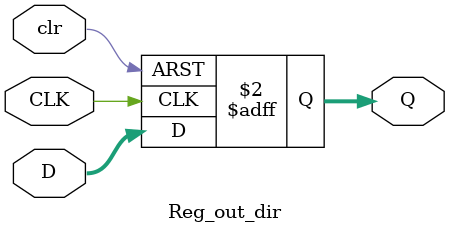
<source format=sv>

 module regs_dir_out
(
	input logic	sel_0,
	input logic	sel_1,
	input logic	sel_2,
	input logic	sel_3,
	input logic	CLR,
	input logic	[7:0]  data_in,
	
	
	
	output logic	dir_5_1,
	output logic	dir_5_2,
	output logic	dir_6_1,
	output logic	dir_6_2,
	output logic	dir_7_1,
	output logic	dir_7_2,
	output logic	dir_8_1,
	output logic	dir_8_2,
	output logic	dir_9_1,
	output logic	dir_9_2,
	output logic	dir_10_1,
	output logic	dir_10_2,
	output logic	dir_11_1,
	output logic	dir_11_2,
	output logic	dir_12_1,
	output logic	dir_12_2,
	
	output logic	OE_5_1,
	output logic	OE_5_2,
	output logic	OE_6_1,
	output logic	OE_6_2,
	output logic	OE_7_1,
	output logic	OE_7_2,
	output logic	OE_8_1,
	output logic	OE_8_2,
	output logic	OE_9_1,
	output logic	OE_9_2,
	output logic	OE_10_1,
	output logic	OE_10_2,
	output logic	OE_11_1,
	output logic	OE_11_2,
	output logic	OE_12_1,
	output logic	OE_12_2
	


);

logic	[7:0]  data_out_from_reg_0;
logic	[7:0]  data_out_from_reg_1;
logic	[7:0]  data_out_from_reg_2;
logic	[7:0]  data_out_from_reg_3;


Reg_out_dir Reg_out_0(data_in, sel_0, CLR, data_out_from_reg_0);
Reg_out_dir Reg_out_1(data_in, sel_1, CLR, data_out_from_reg_1);
Reg_out_dir Reg_out_2(data_in, sel_2, CLR, data_out_from_reg_2);
Reg_out_dir Reg_out_3(data_in, sel_3, CLR, data_out_from_reg_3);





assign dir_5_1 = data_out_from_reg_0[0];
assign dir_5_2 = data_out_from_reg_0[1];
assign dir_6_1 = data_out_from_reg_0[2];
assign dir_6_2 = data_out_from_reg_0[3];
assign dir_7_1 = data_out_from_reg_0[4];
assign dir_7_2 = data_out_from_reg_0[5];
assign dir_8_1 = data_out_from_reg_0[6];
assign dir_8_2 = data_out_from_reg_0[7];

assign dir_9_1 = data_out_from_reg_1[0];
assign dir_9_2 = data_out_from_reg_1[1];
assign dir_10_1 = data_out_from_reg_1[2];
assign dir_10_2 = data_out_from_reg_1[3];
assign dir_11_1 = data_out_from_reg_1[4];
assign dir_11_2 = data_out_from_reg_1[5];
assign dir_12_1 = data_out_from_reg_1[6];
assign dir_12_2 = data_out_from_reg_1[7];



assign OE_5_1 = data_out_from_reg_2[0];
assign OE_5_2 = data_out_from_reg_2[1];
assign OE_6_1 = data_out_from_reg_2[2];
assign OE_6_2 = data_out_from_reg_2[3];
assign OE_7_1 = data_out_from_reg_2[4];
assign OE_7_2 = data_out_from_reg_2[5];
assign OE_8_1 = data_out_from_reg_2[6];
assign OE_8_2 = data_out_from_reg_2[7];

assign OE_9_1 = data_out_from_reg_3[0];
assign OE_9_2 = data_out_from_reg_3[1];
assign OE_10_1 = data_out_from_reg_3[2];
assign OE_10_2 = data_out_from_reg_3[3];
assign OE_11_1 = data_out_from_reg_3[4];
assign OE_11_2 = data_out_from_reg_3[5];
assign OE_12_1 = data_out_from_reg_3[6];
assign OE_12_2 = data_out_from_reg_3[7];

endmodule 
 
 
 
 
 
 module Reg_out_dir
(
	input logic	[7:0]  D,
	input logic	CLK,
	input logic	clr,
	output logic	[7:0]  Q
);



always @ (posedge clr or posedge CLK)
begin
	// Reset whenever the reset signal goes up, regardless of the clock
	if (clr)
	begin
		Q <= 0;
	end
	// If not resetting, update the register output on the clock's rising edge
	else
	begin
		Q <= D;
	end
end


endmodule 

</source>
